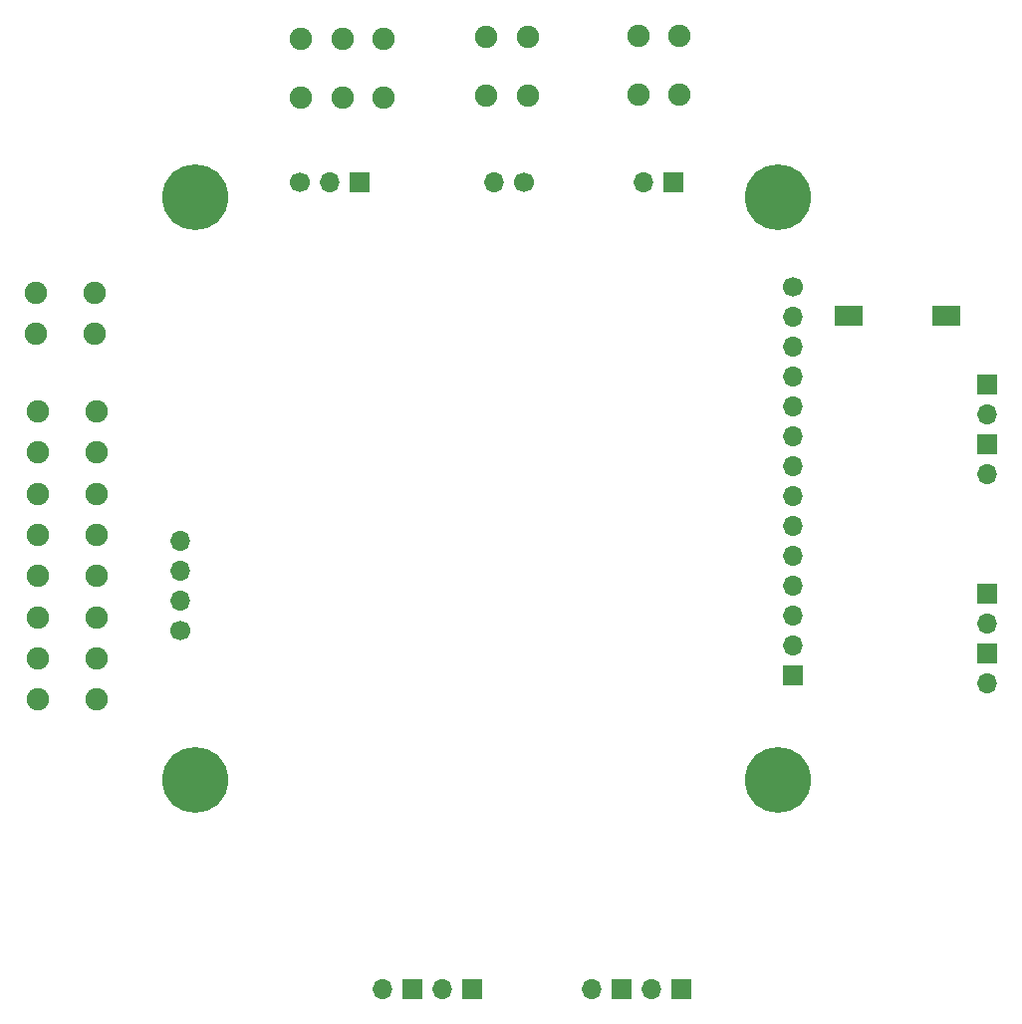
<source format=gts>
G04 #@! TF.GenerationSoftware,KiCad,Pcbnew,8.0.6*
G04 #@! TF.CreationDate,2025-01-17T02:30:12-08:00*
G04 #@! TF.ProjectId,Constellation Saddle V1.0,436f6e73-7465-46c6-9c61-74696f6e2053,rev?*
G04 #@! TF.SameCoordinates,Original*
G04 #@! TF.FileFunction,Soldermask,Top*
G04 #@! TF.FilePolarity,Negative*
%FSLAX46Y46*%
G04 Gerber Fmt 4.6, Leading zero omitted, Abs format (unit mm)*
G04 Created by KiCad (PCBNEW 8.0.6) date 2025-01-17 02:30:12*
%MOMM*%
%LPD*%
G01*
G04 APERTURE LIST*
G04 Aperture macros list*
%AMRoundRect*
0 Rectangle with rounded corners*
0 $1 Rounding radius*
0 $2 $3 $4 $5 $6 $7 $8 $9 X,Y pos of 4 corners*
0 Add a 4 corners polygon primitive as box body*
4,1,4,$2,$3,$4,$5,$6,$7,$8,$9,$2,$3,0*
0 Add four circle primitives for the rounded corners*
1,1,$1+$1,$2,$3*
1,1,$1+$1,$4,$5*
1,1,$1+$1,$6,$7*
1,1,$1+$1,$8,$9*
0 Add four rect primitives between the rounded corners*
20,1,$1+$1,$2,$3,$4,$5,0*
20,1,$1+$1,$4,$5,$6,$7,0*
20,1,$1+$1,$6,$7,$8,$9,0*
20,1,$1+$1,$8,$9,$2,$3,0*%
G04 Aperture macros list end*
%ADD10C,5.600000*%
%ADD11R,1.700000X1.700000*%
%ADD12O,1.700000X1.700000*%
%ADD13RoundRect,0.102000X-1.100000X-0.750000X1.100000X-0.750000X1.100000X0.750000X-1.100000X0.750000X0*%
%ADD14C,1.900000*%
%ADD15C,1.700000*%
G04 APERTURE END LIST*
D10*
X78740000Y-78740000D03*
D11*
X96520000Y-62865000D03*
D12*
X96520000Y-65405000D03*
D11*
X96520000Y-67945000D03*
D12*
X96520000Y-70485000D03*
D10*
X29210000Y-78740000D03*
D13*
X93000000Y-39225000D03*
X84700000Y-39225000D03*
D14*
X20600000Y-37277995D03*
X15600000Y-37277995D03*
X20600000Y-40777995D03*
X15600000Y-40777995D03*
X57425000Y-20550000D03*
X57425000Y-15550000D03*
X53925000Y-20550000D03*
X53925000Y-15550000D03*
X20777200Y-47381995D03*
X15777200Y-47381995D03*
X20777200Y-50881995D03*
X15777201Y-50881996D03*
X20777200Y-54381997D03*
X15777200Y-54381997D03*
X20777200Y-57881998D03*
X15777200Y-57881998D03*
X20777200Y-61381998D03*
X15777200Y-61381998D03*
X20777200Y-64881998D03*
X15777200Y-64881998D03*
X20777200Y-68381999D03*
X15777200Y-68381999D03*
X20777200Y-71882000D03*
X15777200Y-71882000D03*
X70358000Y-20443500D03*
X70358000Y-15443500D03*
X66858000Y-20443500D03*
X66858000Y-15443500D03*
X45175000Y-20700000D03*
X45175000Y-15700000D03*
X41675000Y-20700000D03*
X41675000Y-15700000D03*
X38174999Y-20700000D03*
X38174999Y-15700000D03*
D10*
X78740000Y-29210000D03*
D11*
X96520000Y-45085000D03*
D12*
X96520000Y-47625000D03*
D11*
X96520000Y-50164999D03*
D12*
X96520000Y-52705000D03*
D11*
X70485000Y-96520000D03*
D12*
X67945001Y-96520000D03*
D11*
X65404999Y-96520000D03*
D12*
X62865000Y-96520000D03*
D10*
X29210000Y-29210000D03*
D11*
X52705000Y-96520000D03*
D12*
X50165001Y-96520000D03*
D11*
X47624999Y-96520000D03*
D12*
X45085000Y-96520000D03*
D15*
X38100000Y-27940000D03*
D12*
X40640000Y-27940000D03*
D11*
X43179999Y-27940000D03*
D15*
X57150000Y-27940000D03*
D12*
X54610000Y-27940000D03*
D15*
X27940000Y-66040000D03*
D12*
X27940000Y-63500000D03*
X27940000Y-60960001D03*
X27940000Y-58420000D03*
D11*
X69850000Y-27940000D03*
D12*
X67310000Y-27940000D03*
D15*
X80010000Y-36830000D03*
D12*
X80010000Y-39370000D03*
X80010000Y-41910000D03*
X80010000Y-44450000D03*
X80010000Y-46990000D03*
X80010000Y-49530000D03*
X80010000Y-52070000D03*
X80010000Y-54610000D03*
X80010000Y-57150000D03*
X80010000Y-59690000D03*
X80010000Y-62230000D03*
X80010000Y-64770000D03*
X80010000Y-67310000D03*
D11*
X80010000Y-69850000D03*
M02*

</source>
